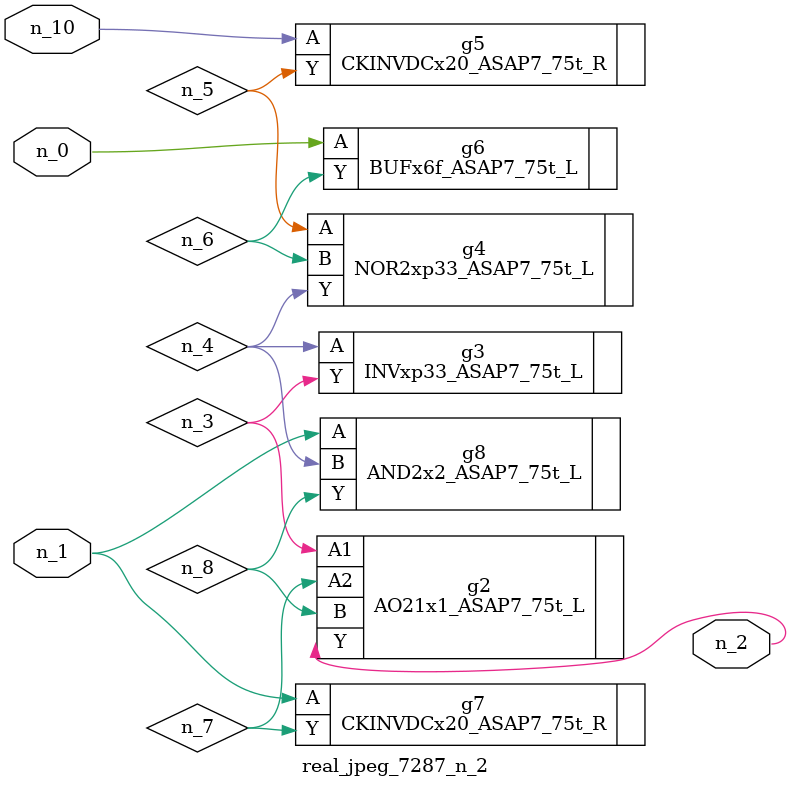
<source format=v>
module real_jpeg_7287_n_2 (n_1, n_10, n_0, n_2);

input n_1;
input n_10;
input n_0;

output n_2;

wire n_5;
wire n_4;
wire n_8;
wire n_6;
wire n_7;
wire n_3;

BUFx6f_ASAP7_75t_L g6 ( 
.A(n_0),
.Y(n_6)
);

CKINVDCx20_ASAP7_75t_R g7 ( 
.A(n_1),
.Y(n_7)
);

AND2x2_ASAP7_75t_L g8 ( 
.A(n_1),
.B(n_4),
.Y(n_8)
);

AO21x1_ASAP7_75t_L g2 ( 
.A1(n_3),
.A2(n_7),
.B(n_8),
.Y(n_2)
);

INVxp33_ASAP7_75t_L g3 ( 
.A(n_4),
.Y(n_3)
);

NOR2xp33_ASAP7_75t_L g4 ( 
.A(n_5),
.B(n_6),
.Y(n_4)
);

CKINVDCx20_ASAP7_75t_R g5 ( 
.A(n_10),
.Y(n_5)
);


endmodule
</source>
